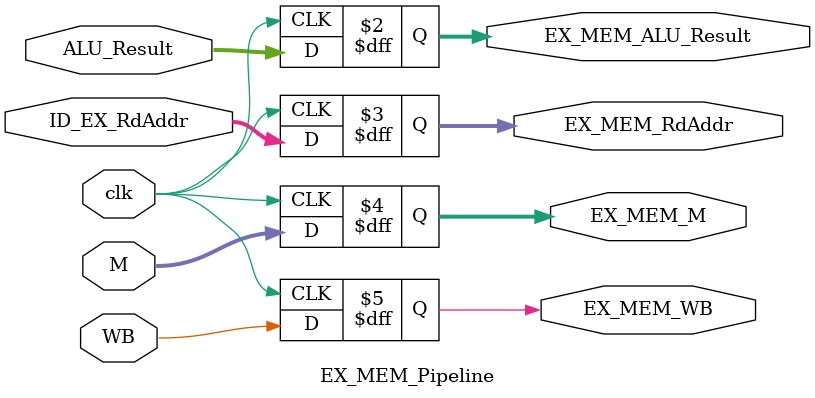
<source format=v>
module EX_MEM_Pipeline(
    //output
    output reg[31:0] EX_MEM_ALU_Result,
    output reg[4:0] EX_MEM_RdAddr,
    output reg [1:0] EX_MEM_M,
    output reg EX_MEM_WB,
    //input
    input [31:0] ALU_Result,
    input [4:0] ID_EX_RdAddr,
    input [1:0] M,
    input WB,
    input clk
);
always@(posedge clk)begin
    EX_MEM_ALU_Result <= ALU_Result;
    EX_MEM_RdAddr <= ID_EX_RdAddr;
    EX_MEM_WB <= WB;
    EX_MEM_M <= M;
end
endmodule
</source>
